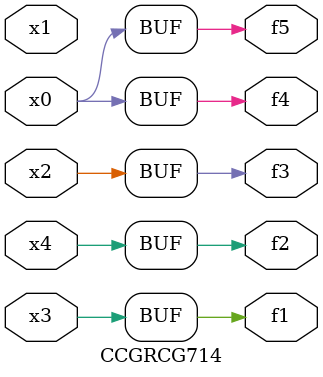
<source format=v>
module CCGRCG714(
	input x0, x1, x2, x3, x4,
	output f1, f2, f3, f4, f5
);
	assign f1 = x3;
	assign f2 = x4;
	assign f3 = x2;
	assign f4 = x0;
	assign f5 = x0;
endmodule

</source>
